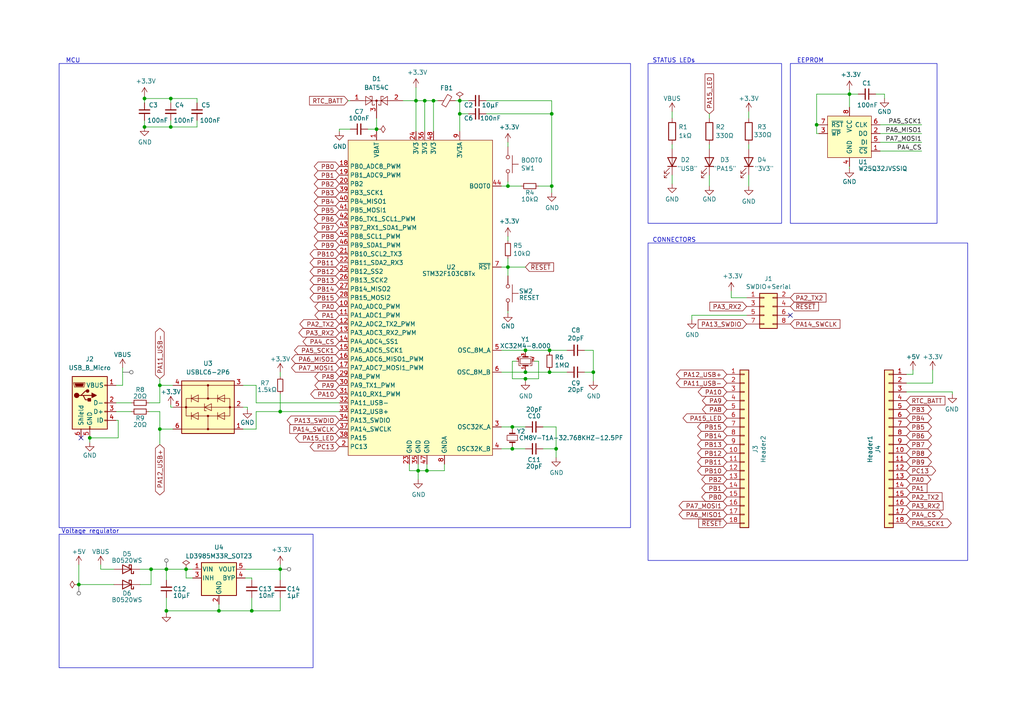
<source format=kicad_sch>
(kicad_sch (version 20230121) (generator eeschema)
  (paper "A4")
  (title_block (title "STM32 WhiteBoard 48") (date "2023-10-10") (company "Retronics - Bjørner Sandom"))
  (lib_symbols
    (symbol "Connector_Generic:Conn_01x18" (pin_names (offset 1.016) hide)
      (property "Reference" "J" (at 0 22.86 0))
      (property "Value" "Conn_01x18" (at 0 -25.4 0))
      (symbol "Conn_01x18_1_1"
        (pin passive line (at -5.08 20.32 0) (length 3.81) (name "Pin_1") (number "1"))
        (pin passive line (at -5.08 -2.54 0) (length 3.81) (name "Pin_10") (number "10"))
        (pin passive line (at -5.08 -5.08 0) (length 3.81) (name "Pin_11") (number "11"))
        (pin passive line (at -5.08 -7.62 0) (length 3.81) (name "Pin_12") (number "12"))
        (pin passive line (at -5.08 -10.16 0) (length 3.81) (name "Pin_13") (number "13"))
        (pin passive line (at -5.08 -12.7 0) (length 3.81) (name "Pin_14") (number "14"))
        (pin passive line (at -5.08 -15.24 0) (length 3.81) (name "Pin_15") (number "15"))
        (pin passive line (at -5.08 -17.78 0) (length 3.81) (name "Pin_16") (number "16"))
        (pin passive line (at -5.08 -20.32 0) (length 3.81) (name "Pin_17") (number "17"))
        (pin passive line (at -5.08 -22.86 0) (length 3.81) (name "Pin_18") (number "18"))
        (pin passive line (at -5.08 17.78 0) (length 3.81) (name "Pin_2") (number "2"))
        (pin passive line (at -5.08 15.24 0) (length 3.81) (name "Pin_3") (number "3"))
        (pin passive line (at -5.08 12.7 0) (length 3.81) (name "Pin_4") (number "4"))
        (pin passive line (at -5.08 10.16 0) (length 3.81) (name "Pin_5") (number "5"))
        (pin passive line (at -5.08 7.62 0) (length 3.81) (name "Pin_6") (number "6"))
        (pin passive line (at -5.08 5.08 0) (length 3.81) (name "Pin_7") (number "7"))
        (pin passive line (at -5.08 2.54 0) (length 3.81) (name "Pin_8") (number "8"))
        (pin passive line (at -5.08 0 0) (length 3.81) (name "Pin_9") (number "9"))
      )
    )
    (symbol "Connector_Generic:Conn_02x04_Odd_Even" (pin_names (offset 1.016) hide)
      (property "Reference" "J" (at 1.27 5.08 0))
      (property "Value" "Conn_02x04_Odd_Even" (at 1.27 -7.62 0))
      (symbol "Conn_02x04_Odd_Even_1_1"
        (pin passive line (at -5.08 2.54 0) (length 3.81) (name "Pin_1") (number "1"))
        (pin passive line (at 7.62 2.54 180) (length 3.81) (name "Pin_2") (number "2"))
        (pin passive line (at -5.08 0 0) (length 3.81) (name "Pin_3") (number "3"))
        (pin passive line (at 7.62 0 180) (length 3.81) (name "Pin_4") (number "4"))
        (pin passive line (at -5.08 -2.54 0) (length 3.81) (name "Pin_5") (number "5"))
        (pin passive line (at 7.62 -2.54 180) (length 3.81) (name "Pin_6") (number "6"))
        (pin passive line (at -5.08 -5.08 0) (length 3.81) (name "Pin_7") (number "7"))
        (pin passive line (at 7.62 -5.08 180) (length 3.81) (name "Pin_8") (number "8"))
      )
    )
    (symbol "Device:C_Small" (pin_numbers hide) (pin_names (offset 0.254) hide)
      (property "Reference" "C" (at 0.254 1.778 0))
      (property "Value" "C_Small" (at 0.254 -2.032 0))
      (symbol "C_Small_1_1"
        (pin passive line (at 0 2.54 270) (length 2.032) (name "~") (number "1"))
        (pin passive line (at 0 -2.54 90) (length 2.032) (name "~") (number "2"))
      )
    )
    (symbol "Device:Crystal_GND24_Small" (pin_names (offset 1.016) hide)
      (property "Reference" "Y" (at 1.27 4.445 0))
      (property "Value" "Crystal_GND24_Small" (at 1.27 2.54 0))
      (symbol "Crystal_GND24_Small_1_1"
        (pin passive line (at -2.54 0 0) (length 1.27) (name "1") (number "1"))
        (pin passive line (at 0 -2.54 90) (length 0.635) (name "2") (number "2"))
        (pin passive line (at 2.54 0 180) (length 1.27) (name "3") (number "3"))
        (pin passive line (at 0 2.54 270) (length 0.635) (name "4") (number "4"))
      )
    )
    (symbol "Device:Crystal_Small" (pin_numbers hide) (pin_names (offset 1.016) hide)
      (property "Reference" "Y" (at 0 2.54 0))
      (property "Value" "Crystal_Small" (at 0 -2.54 0))
      (symbol "Crystal_Small_1_1"
        (pin passive line (at -2.54 0 0) (length 1.27) (name "1") (number "1"))
        (pin passive line (at 2.54 0 180) (length 1.27) (name "2") (number "2"))
      )
    )
    (symbol "Device:D_Schottky" (pin_numbers hide) (pin_names (offset 1.016) hide)
      (property "Reference" "D" (at 0 2.54 0))
      (property "Value" "D_Schottky" (at 0 -2.54 0))
      (symbol "D_Schottky_1_1"
        (pin passive line (at -3.81 0 0) (length 2.54) (name "K") (number "1"))
        (pin passive line (at 3.81 0 180) (length 2.54) (name "A") (number "2"))
      )
    )
    (symbol "Device:FerriteBead_Small" (pin_numbers hide) (pin_names (offset 0))
      (property "Reference" "FB" (at 1.905 1.27 0))
      (property "Value" "FerriteBead_Small" (at 1.905 -1.27 0))
      (symbol "FerriteBead_Small_1_1"
        (pin passive line (at 0 2.54 270) (length 1.27) (name "~") (number "1"))
        (pin passive line (at 0 -2.54 90) (length 1.27) (name "~") (number "2"))
      )
    )
    (symbol "Device:LED" (pin_numbers hide) (pin_names (offset 1.016) hide)
      (property "Reference" "D" (at 0 2.54 0))
      (property "Value" "LED" (at 0 -2.54 0))
      (symbol "LED_1_1"
        (pin passive line (at -3.81 0 0) (length 2.54) (name "K") (number "1"))
        (pin passive line (at 3.81 0 180) (length 2.54) (name "A") (number "2"))
      )
    )
    (symbol "Device:R" (pin_numbers hide) (pin_names (offset 0))
      (property "Reference" "R" (at 2.032 0 90))
      (property "Value" "R" (at 0 0 90))
      (symbol "R_1_1"
        (pin passive line (at 0 3.81 270) (length 1.27) (name "~") (number "1"))
        (pin passive line (at 0 -3.81 90) (length 1.27) (name "~") (number "2"))
      )
    )
    (symbol "Device:R_Small" (pin_numbers hide) (pin_names (offset 0.254) hide)
      (property "Reference" "R" (at 0.762 0.508 0))
      (property "Value" "R_Small" (at 0.762 -1.016 0))
      (symbol "R_Small_1_1"
        (pin passive line (at 0 2.54 270) (length 0.762) (name "~") (number "1"))
        (pin passive line (at 0 -2.54 90) (length 0.762) (name "~") (number "2"))
      )
    )
    (symbol "Diode:BAT54C" (pin_names (offset 1.016))
      (property "Reference" "D" (at 0.635 -3.81 0))
      (property "Value" "BAT54C" (at -6.35 3.175 0))
      (symbol "BAT54C_1_1"
        (pin passive line (at -7.62 0 0) (length 3.81) (name "~") (number "1"))
        (pin passive line (at 7.62 0 180) (length 3.81) (name "~") (number "2"))
        (pin passive line (at 0 -5.08 90) (length 5.08) (name "~") (number "3"))
      )
    )
    (symbol "Regulator_Linear:LD3985M33R_SOT23" (pin_names (offset 0.254))
      (property "Reference" "U" (at -3.81 5.715 0))
      (property "Value" "LD3985M33R_SOT23" (at 0 5.715 0))
      (symbol "LD3985M33R_SOT23_1_1"
        (pin power_in line (at -7.62 2.54 0) (length 2.54) (name "VIN") (number "1"))
        (pin power_in line (at 0 -7.62 90) (length 2.54) (name "GND") (number "2"))
        (pin input line (at -7.62 0 0) (length 2.54) (name "INH") (number "3"))
        (pin input line (at 7.62 0 180) (length 2.54) (name "BYP") (number "4"))
        (pin power_out line (at 7.62 2.54 180) (length 2.54) (name "VOUT") (number "5"))
      )
    )
    (symbol "Retronics_Connectors:USB_B_Micro" (pin_names (offset 1.016))
      (property "Reference" "J" (at -5.08 11.43 0))
      (property "Value" "USB_B_Micro" (at -5.08 8.89 0))
      (symbol "USB_B_Micro_1_1"
        (pin power_out line (at 7.62 5.08 180) (length 2.54) (name "VBUS") (number "1"))
        (pin bidirectional line (at 7.62 0 180) (length 2.54) (name "D-") (number "2"))
        (pin bidirectional line (at 7.62 -2.54 180) (length 2.54) (name "D+") (number "3"))
        (pin passive line (at 7.62 -5.08 180) (length 2.54) (name "ID") (number "4"))
        (pin power_out line (at 0 -10.16 90) (length 2.54) (name "GND") (number "5"))
        (pin passive line (at -2.54 -10.16 90) (length 2.54) (name "Shield") (number "6"))
      )
    )
    (symbol "Retronics_Integrated_Circuits:USBLC6-2P6" (pin_names hide)
      (property "Reference" "U" (at 9.144 2.794 0))
      (property "Value" "USBLC6-2P6" (at 9.144 0.762 0))
      (symbol "USBLC6-2P6_1_1"
        (pin passive line (at -6.35 -10.16 90) (length 2.54) (name "I/O1") (number "1"))
        (pin passive line (at 0 -10.16 90) (length 2.54) (name "GND") (number "2"))
        (pin passive line (at 6.35 -10.16 90) (length 2.54) (name "I/O2") (number "3"))
        (pin passive line (at 6.35 10.16 270) (length 2.54) (name "I/O2") (number "4"))
        (pin passive line (at 0 10.16 270) (length 2.54) (name "VBUS") (number "5"))
        (pin passive line (at -6.35 10.16 270) (length 2.54) (name "I/O1") (number "6"))
      )
    )
    (symbol "Retronics_Memory:W25Q32JVSSIQ" (pin_names (offset 1.016))
      (property "Reference" "U" (at -7.62 8.89 0))
      (property "Value" "W25Q32JVSSIQ" (at 1.27 -8.89 0))
      (symbol "W25Q32JVSSIQ_1_1"
        (pin input line (at 7.62 -2.54 180) (length 2.54) (name "~{CS}") (number "1"))
        (pin output line (at 7.62 2.54 180) (length 2.54) (name "DO") (number "2"))
        (pin input line (at -10.16 2.54 0) (length 2.54) (name "~{WP}") (number "3"))
        (pin power_in line (at -1.27 -6.985 90) (length 2.54) (name "GND") (number "4"))
        (pin input line (at 7.62 0 180) (length 2.54) (name "DI") (number "5"))
        (pin input line (at 7.62 5.08 180) (length 2.54) (name "CLK") (number "6"))
        (pin input line (at -10.16 5.08 0) (length 2.54) (name "~{RST}") (number "7"))
        (pin power_in line (at -1.27 10.16 270) (length 2.54) (name "VCC") (number "8"))
      )
    )
    (symbol "Retronics_Microcontrollers:STM32F103Cx"
      (property "Reference" "U" (at 2.54 -3.81 0))
      (property "Value" "STM32F103Cx" (at -5.08 -6.35 0))
      (symbol "STM32F103Cx_1_1"
        (pin power_in line (at -10.795 15.24 270) (length 2.54) (name "VBAT") (number "1"))
        (pin bidirectional line (at -21.59 -35.56 0) (length 2.54) (name "PA0_ADC0_PWM") (number "10"))
        (pin bidirectional line (at -21.59 -38.1 0) (length 2.54) (name "PA1_ADC1_PWM") (number "11"))
        (pin bidirectional line (at -21.59 -40.64 0) (length 2.54) (name "PA2_ADC2_TX2_PWM") (number "12"))
        (pin bidirectional line (at -21.59 -43.18 0) (length 2.54) (name "PA3_ADC3_RX2_PWM") (number "13"))
        (pin bidirectional line (at -21.59 -45.72 0) (length 2.54) (name "PA4_ADC4_SS1") (number "14"))
        (pin bidirectional line (at -21.59 -48.26 0) (length 2.54) (name "PA5_ADC5_SCK1") (number "15"))
        (pin bidirectional line (at -21.59 -50.8 0) (length 2.54) (name "PA6_ADC6_MISO1_PWM") (number "16"))
        (pin bidirectional line (at -21.59 -53.34 0) (length 2.54) (name "PA7_ADC7_MOSI1_PWM") (number "17"))
        (pin bidirectional line (at -21.59 5.08 0) (length 2.54) (name "PB0_ADC8_PWM") (number "18"))
        (pin bidirectional line (at -21.59 2.54 0) (length 2.54) (name "PB1_ADC9_PWM") (number "19"))
        (pin bidirectional line (at -21.59 -76.2 0) (length 2.54) (name "PC13") (number "2"))
        (pin bidirectional line (at -21.59 0 0) (length 2.54) (name "PB2") (number "20"))
        (pin bidirectional line (at -21.59 -20.32 0) (length 2.54) (name "PB10_SCL2_TX3") (number "21"))
        (pin bidirectional line (at -21.59 -22.86 0) (length 2.54) (name "PB11_SDA2_RX3") (number "22"))
        (pin power_in line (at -1.27 -81.28 90) (length 2.54) (name "GND") (number "23"))
        (pin power_in line (at 0.635 15.24 270) (length 2.54) (name "3V3") (number "24"))
        (pin bidirectional line (at -21.59 -25.4 0) (length 2.54) (name "PB12_SS2") (number "25"))
        (pin bidirectional line (at -21.59 -27.94 0) (length 2.54) (name "PB13_SCK2") (number "26"))
        (pin bidirectional line (at -21.59 -30.48 0) (length 2.54) (name "PB14_MISO2") (number "27"))
        (pin bidirectional line (at -21.59 -33.02 0) (length 2.54) (name "PB15_MOSI2") (number "28"))
        (pin bidirectional line (at -21.59 -55.88 0) (length 2.54) (name "PA8_PWM") (number "29"))
        (pin bidirectional line (at 25.4 -70.485 180) (length 2.54) (name "OSC32K_A") (number "3"))
        (pin bidirectional line (at -21.59 -58.42 0) (length 2.54) (name "PA9_TX1_PWM") (number "30"))
        (pin bidirectional line (at -21.59 -60.96 0) (length 2.54) (name "PA10_RX1_PWM") (number "31"))
        (pin bidirectional line (at -21.59 -63.5 0) (length 2.54) (name "PA11_USB-") (number "32"))
        (pin bidirectional line (at -21.59 -66.04 0) (length 2.54) (name "PA12_USB+") (number "33"))
        (pin bidirectional line (at -21.59 -68.58 0) (length 2.54) (name "PA13_SWDIO") (number "34"))
        (pin power_in line (at 1.27 -81.28 90) (length 2.54) (name "GND") (number "35"))
        (pin power_in line (at 3.175 15.24 270) (length 2.54) (name "3V3") (number "36"))
        (pin bidirectional line (at -21.59 -71.12 0) (length 2.54) (name "PA14_SWCLK") (number "37"))
        (pin bidirectional line (at -21.59 -73.66 0) (length 2.54) (name "PA15") (number "38"))
        (pin bidirectional line (at -21.59 -2.54 0) (length 2.54) (name "PB3_SCK1") (number "39"))
        (pin bidirectional line (at 25.4 -76.835 180) (length 2.54) (name "OSC32K_B") (number "4"))
        (pin bidirectional line (at -21.59 -5.08 0) (length 2.54) (name "PB4_MISO1") (number "40"))
        (pin bidirectional line (at -21.59 -7.62 0) (length 2.54) (name "PB5_MOSI1") (number "41"))
        (pin bidirectional line (at -21.59 -10.16 0) (length 2.54) (name "PB6_TX1_SCL1_PWM") (number "42"))
        (pin bidirectional line (at -21.59 -12.7 0) (length 2.54) (name "PB7_RX1_SDA1_PWM") (number "43"))
        (pin input line (at 25.4 -0.635 180) (length 2.54) (name "BOOT0") (number "44"))
        (pin bidirectional line (at -21.59 -15.24 0) (length 2.54) (name "PB8_SCL1_PWM") (number "45"))
        (pin bidirectional line (at -21.59 -17.78 0) (length 2.54) (name "PB9_SDA1_PWM") (number "46"))
        (pin power_in line (at 3.81 -81.28 90) (length 2.54) (name "GND") (number "47"))
        (pin power_in line (at 5.715 15.24 270) (length 2.54) (name "3V3") (number "48"))
        (pin bidirectional line (at 25.4 -48.26 180) (length 2.54) (name "OSC_8M_A") (number "5"))
        (pin bidirectional line (at 25.4 -54.61 180) (length 2.54) (name "OSC_8M_B") (number "6"))
        (pin input line (at 25.4 -24.13 180) (length 2.54) (name "~{RST}") (number "7"))
        (pin power_in line (at 8.89 -81.28 90) (length 2.54) (name "GNDA") (number "8"))
        (pin power_in line (at 13.335 15.24 270) (length 2.54) (name "3V3A") (number "9"))
      )
    )
    (symbol "Switch:SW_Push" (pin_numbers hide) (pin_names (offset 1.016) hide)
      (property "Reference" "SW" (at 1.27 2.54 0))
      (property "Value" "SW_Push" (at 0 -1.524 0))
      (symbol "SW_Push_0_1"
        (pin passive line (at -5.08 0 0) (length 2.54) (name "1") (number "1"))
        (pin passive line (at 5.08 0 180) (length 2.54) (name "2") (number "2"))
      )
    )
    (symbol "power:+3.3V" (power) (pin_names (offset 0))
      (property "Value" "+3.3V" (at 0 3.556 0))
      (symbol "+3.3V_1_1"
        (pin power_in line (at 0 0 90) (length 0) hide (name "+3.3V") (number "1"))
      )
    )
    (symbol "power:+5V" (power) (pin_names (offset 0))
      (property "Value" "+5V" (at 0 3.556 0))
      (symbol "+5V_1_1"
        (pin power_in line (at 0 0 90) (length 0) hide (name "+5V") (number "1"))
      )
    )
    (symbol "power:GND" (power) (pin_names (offset 0))
      (property "Value" "GND" (at 0 -3.81 0))
      (symbol "GND_1_1"
        (pin power_in line (at 0 0 270) (length 0) hide (name "GND") (number "1"))
      )
    )
    (symbol "power:PWR_FLAG" (power) (pin_numbers hide) (pin_names (offset 0) hide)
      (property "Value" "PWR_FLAG" (at 0 3.81 0))
      (symbol "PWR_FLAG_0_0"
        (pin power_out line (at 0 0 90) (length 0) (name "pwr") (number "1"))
      )
    )
    (symbol "power:VBUS" (power) (pin_names (offset 0))
      (property "Value" "VBUS" (at 0 3.81 0))
      (symbol "VBUS_1_1"
        (pin power_in line (at 0 0 90) (length 0) hide (name "VBUS") (number "1"))
      )
    )
  )
  (junction (at 147.32 53.975))
  (junction (at 160.02 33.02))
  (junction (at 49.53 36.83))
  (junction (at 236.855 36.195))
  (junction (at 161.29 130.175))
  (junction (at 133.35 29.21))
  (junction (at 246.38 27.305))
  (junction (at 152.4 107.95))
  (junction (at 63.5 177.165))
  (junction (at 121.285 136.525))
  (junction (at 81.28 165.1))
  (junction (at 49.53 28.575))
  (junction (at 123.19 29.21))
  (junction (at 26.035 127))
  (junction (at 109.22 37.465))
  (junction (at 46.355 124.46))
  (junction (at 172.085 107.95))
  (junction (at 125.73 29.21))
  (junction (at 160.02 53.975))
  (junction (at 152.4 109.855))
  (junction (at 147.32 77.47))
  (junction (at 133.35 33.02))
  (junction (at 81.28 119.38))
  (junction (at 159.385 101.6))
  (junction (at 48.26 177.165))
  (junction (at 48.26 165.1))
  (junction (at 148.59 123.825))
  (junction (at 159.385 107.95))
  (junction (at 152.4 101.6))
  (junction (at 46.355 111.76))
  (junction (at 123.825 136.525))
  (junction (at 41.91 36.83))
  (junction (at 43.815 165.1))
  (junction (at 120.65 29.21))
  (junction (at 41.91 28.575))
  (junction (at 22.86 169.545))
  (junction (at 73.025 177.165))
  (junction (at 53.975 165.1))
  (junction (at 148.59 130.175))
  (no_connect (at 23.495 127))
  (no_connect (at 229.235 91.44))
  (wire (pts (xy 246.38 27.305) (xy 236.855 27.305)))
  (wire (pts (xy 53.975 165.1) (xy 55.88 165.1)))
  (wire (pts (xy 48.26 177.165) (xy 48.26 177.8)))
  (wire (pts (xy 194.945 32.385) (xy 194.945 34.29)))
  (wire (pts (xy 147.32 90.805) (xy 147.32 90.17)))
  (wire (pts (xy 133.35 29.21) (xy 133.35 33.02)))
  (wire (pts (xy 140.97 33.02) (xy 160.02 33.02)))
  (wire (pts (xy 156.21 104.775) (xy 154.94 104.775)))
  (wire (pts (xy 236.855 38.735) (xy 237.49 38.735)))
  (wire (pts (xy 164.465 101.6) (xy 159.385 101.6)))
  (wire (pts (xy 70.485 111.76) (xy 74.295 111.76)))
  (wire (pts (xy 148.59 124.46) (xy 148.59 123.825)))
  (wire (pts (xy 172.085 107.95) (xy 169.545 107.95)))
  (wire (pts (xy 49.53 36.83) (xy 41.91 36.83)))
  (wire (pts (xy 81.28 165.1) (xy 81.28 168.275)))
  (wire (pts (xy 254 27.305) (xy 256.54 27.305)))
  (wire (pts (xy 160.02 53.975) (xy 160.02 55.88)))
  (wire (pts (xy 140.97 29.21) (xy 160.02 29.21)))
  (wire (pts (xy 70.485 118.11) (xy 71.755 118.11)))
  (wire (pts (xy 81.28 119.38) (xy 98.425 119.38)))
  (wire (pts (xy 145.415 123.825) (xy 148.59 123.825)))
  (wire (pts (xy 264.795 108.585) (xy 262.89 108.585)))
  (wire (pts (xy 55.88 167.64) (xy 53.975 167.64)))
  (wire (pts (xy 148.59 109.855) (xy 152.4 109.855)))
  (wire (pts (xy 125.73 29.21) (xy 125.73 38.1)))
  (wire (pts (xy 120.65 25.4) (xy 120.65 29.21)))
  (wire (pts (xy 48.26 173.355) (xy 48.26 177.165)))
  (wire (pts (xy 246.38 27.305) (xy 246.38 31.115)))
  (wire (pts (xy 57.15 34.925) (xy 57.15 36.83)))
  (wire (pts (xy 40.64 165.1) (xy 43.815 165.1)))
  (wire (pts (xy 148.59 123.825) (xy 152.4 123.825)))
  (wire (pts (xy 133.35 33.02) (xy 133.35 38.1)))
  (wire (pts (xy 121.285 139.065) (xy 121.285 136.525)))
  (wire (pts (xy 200.66 91.44) (xy 216.535 91.44)))
  (wire (pts (xy 147.32 52.705) (xy 147.32 53.975)))
  (wire (pts (xy 145.415 53.975) (xy 147.32 53.975)))
  (wire (pts (xy 49.53 117.475) (xy 49.53 118.11)))
  (wire (pts (xy 160.02 33.02) (xy 160.02 53.975)))
  (wire (pts (xy 255.27 43.815) (xy 267.335 43.815)))
  (wire (pts (xy 41.91 34.925) (xy 41.91 36.83)))
  (wire (pts (xy 73.025 177.165) (xy 81.28 177.165)))
  (wire (pts (xy 109.22 34.29) (xy 109.22 37.465)))
  (wire (pts (xy 29.21 163.83) (xy 29.21 165.1)))
  (wire (pts (xy 194.945 41.91) (xy 194.945 43.18)))
  (wire (pts (xy 156.21 53.975) (xy 160.02 53.975)))
  (wire (pts (xy 35.56 106.68) (xy 35.56 111.76)))
  (wire (pts (xy 145.415 77.47) (xy 147.32 77.47)))
  (wire (pts (xy 81.28 177.165) (xy 81.28 173.355)))
  (wire (pts (xy 147.32 53.975) (xy 151.13 53.975)))
  (wire (pts (xy 152.4 101.6) (xy 152.4 102.235)))
  (wire (pts (xy 159.385 101.6) (xy 159.385 102.235)))
  (wire (pts (xy 43.815 165.1) (xy 48.26 165.1)))
  (wire (pts (xy 169.545 101.6) (xy 172.085 101.6)))
  (wire (pts (xy 81.28 163.83) (xy 81.28 165.1)))
  (wire (pts (xy 118.745 136.525) (xy 121.285 136.525)))
  (wire (pts (xy 74.295 124.46) (xy 74.295 119.38)))
  (wire (pts (xy 264.795 107.315) (xy 264.795 108.585)))
  (wire (pts (xy 255.27 38.735) (xy 267.335 38.735)))
  (wire (pts (xy 159.385 101.6) (xy 152.4 101.6)))
  (wire (pts (xy 147.32 80.01) (xy 147.32 77.47)))
  (wire (pts (xy 152.4 130.175) (xy 148.59 130.175)))
  (wire (pts (xy 81.28 114.3) (xy 81.28 119.38)))
  (wire (pts (xy 22.86 169.545) (xy 33.02 169.545)))
  (wire (pts (xy 43.18 119.38) (xy 46.355 119.38)))
  (wire (pts (xy 159.385 107.95) (xy 164.465 107.95)))
  (wire (pts (xy 132.08 29.21) (xy 133.35 29.21)))
  (wire (pts (xy 147.32 41.275) (xy 147.32 42.545)))
  (wire (pts (xy 217.17 50.8) (xy 217.17 53.975)))
  (wire (pts (xy 135.89 33.02) (xy 133.35 33.02)))
  (wire (pts (xy 46.355 128.905) (xy 46.355 124.46)))
  (wire (pts (xy 262.89 111.125) (xy 270.51 111.125)))
  (wire (pts (xy 49.53 118.11) (xy 50.165 118.11)))
  (wire (pts (xy 46.355 109.855) (xy 46.355 111.76)))
  (wire (pts (xy 147.32 74.93) (xy 147.32 77.47)))
  (wire (pts (xy 71.755 118.11) (xy 71.755 118.745)))
  (wire (pts (xy 172.085 107.95) (xy 172.085 110.49)))
  (wire (pts (xy 217.17 32.385) (xy 217.17 34.29)))
  (wire (pts (xy 46.355 124.46) (xy 46.355 119.38)))
  (wire (pts (xy 49.53 29.845) (xy 49.53 28.575)))
  (wire (pts (xy 161.29 123.825) (xy 161.29 130.175)))
  (wire (pts (xy 53.975 167.64) (xy 53.975 165.1)))
  (wire (pts (xy 135.89 29.21) (xy 133.35 29.21)))
  (wire (pts (xy 50.165 124.46) (xy 46.355 124.46)))
  (wire (pts (xy 276.225 113.665) (xy 276.225 114.3)))
  (wire (pts (xy 22.86 163.83) (xy 22.86 169.545)))
  (wire (pts (xy 41.91 28.575) (xy 49.53 28.575)))
  (wire (pts (xy 148.59 129.54) (xy 148.59 130.175)))
  (wire (pts (xy 152.4 107.315) (xy 152.4 107.95)))
  (wire (pts (xy 236.855 36.195) (xy 237.49 36.195)))
  (wire (pts (xy 149.86 104.775) (xy 148.59 104.775)))
  (wire (pts (xy 29.21 165.1) (xy 33.02 165.1)))
  (wire (pts (xy 106.68 37.465) (xy 109.22 37.465)))
  (wire (pts (xy 49.53 28.575) (xy 57.15 28.575)))
  (wire (pts (xy 35.56 111.76) (xy 33.655 111.76)))
  (wire (pts (xy 123.19 38.1) (xy 123.19 29.21)))
  (wire (pts (xy 74.295 119.38) (xy 81.28 119.38)))
  (wire (pts (xy 145.415 101.6) (xy 152.4 101.6)))
  (wire (pts (xy 57.15 28.575) (xy 57.15 29.845)))
  (wire (pts (xy 147.32 68.58) (xy 147.32 69.85)))
  (wire (pts (xy 123.825 136.525) (xy 123.825 134.62)))
  (wire (pts (xy 205.74 41.91) (xy 205.74 43.18)))
  (wire (pts (xy 205.74 33.02) (xy 205.74 34.29)))
  (wire (pts (xy 120.65 29.21) (xy 123.19 29.21)))
  (wire (pts (xy 147.32 77.47) (xy 152.4 77.47)))
  (wire (pts (xy 148.59 130.175) (xy 145.415 130.175)))
  (wire (pts (xy 217.17 41.91) (xy 217.17 43.18)))
  (wire (pts (xy 157.48 123.825) (xy 161.29 123.825)))
  (wire (pts (xy 48.26 177.165) (xy 63.5 177.165)))
  (wire (pts (xy 38.1 116.84) (xy 33.655 116.84)))
  (wire (pts (xy 118.745 134.62) (xy 118.745 136.525)))
  (wire (pts (xy 270.51 111.125) (xy 270.51 107.315)))
  (wire (pts (xy 74.295 116.84) (xy 98.425 116.84)))
  (wire (pts (xy 73.025 167.64) (xy 73.025 168.275)))
  (wire (pts (xy 40.64 169.545) (xy 43.815 169.545)))
  (wire (pts (xy 246.38 48.26) (xy 246.38 48.895)))
  (wire (pts (xy 172.085 101.6) (xy 172.085 107.95)))
  (wire (pts (xy 256.54 27.305) (xy 256.54 28.575)))
  (wire (pts (xy 34.29 127) (xy 34.29 121.92)))
  (wire (pts (xy 212.09 86.36) (xy 216.535 86.36)))
  (wire (pts (xy 98.425 37.465) (xy 101.6 37.465)))
  (wire (pts (xy 212.09 84.455) (xy 212.09 86.36)))
  (wire (pts (xy 156.21 109.855) (xy 156.21 104.775)))
  (wire (pts (xy 194.945 50.8) (xy 194.945 53.34)))
  (wire (pts (xy 160.02 29.21) (xy 160.02 33.02)))
  (wire (pts (xy 120.65 29.21) (xy 120.65 38.1)))
  (wire (pts (xy 41.91 29.845) (xy 41.91 28.575)))
  (wire (pts (xy 128.905 136.525) (xy 123.825 136.525)))
  (wire (pts (xy 145.415 107.95) (xy 152.4 107.95)))
  (wire (pts (xy 157.48 130.175) (xy 161.29 130.175)))
  (wire (pts (xy 49.53 34.925) (xy 49.53 36.83)))
  (wire (pts (xy 34.29 121.92) (xy 33.655 121.92)))
  (wire (pts (xy 71.12 167.64) (xy 73.025 167.64)))
  (wire (pts (xy 63.5 177.165) (xy 73.025 177.165)))
  (wire (pts (xy 63.5 177.165) (xy 63.5 175.26)))
  (wire (pts (xy 71.12 165.1) (xy 81.28 165.1)))
  (wire (pts (xy 53.975 165.1) (xy 48.26 165.1)))
  (wire (pts (xy 236.855 36.195) (xy 236.855 38.735)))
  (wire (pts (xy 74.295 111.76) (xy 74.295 116.84)))
  (wire (pts (xy 246.38 26.035) (xy 246.38 27.305)))
  (wire (pts (xy 152.4 109.855) (xy 152.4 110.49)))
  (wire (pts (xy 46.355 111.76) (xy 46.355 116.84)))
  (wire (pts (xy 43.18 116.84) (xy 46.355 116.84)))
  (wire (pts (xy 81.28 107.95) (xy 81.28 109.22)))
  (wire (pts (xy 127 29.21) (xy 125.73 29.21)))
  (wire (pts (xy 41.91 27.94) (xy 41.91 28.575)))
  (wire (pts (xy 236.855 27.305) (xy 236.855 36.195)))
  (wire (pts (xy 262.89 113.665) (xy 276.225 113.665)))
  (wire (pts (xy 205.74 50.8) (xy 205.74 53.975)))
  (wire (pts (xy 152.4 107.95) (xy 159.385 107.95)))
  (wire (pts (xy 26.035 127) (xy 26.035 128.27)))
  (wire (pts (xy 98.425 38.1) (xy 98.425 37.465)))
  (wire (pts (xy 152.4 109.855) (xy 156.21 109.855)))
  (wire (pts (xy 121.285 134.62) (xy 121.285 136.525)))
  (wire (pts (xy 128.905 134.62) (xy 128.905 136.525)))
  (wire (pts (xy 255.27 41.275) (xy 267.335 41.275)))
  (wire (pts (xy 48.26 165.1) (xy 48.26 168.275)))
  (wire (pts (xy 121.285 136.525) (xy 123.825 136.525)))
  (wire (pts (xy 148.59 104.775) (xy 148.59 109.855)))
  (wire (pts (xy 46.355 111.76) (xy 50.165 111.76)))
  (wire (pts (xy 109.22 37.465) (xy 109.22 38.1)))
  (wire (pts (xy 123.19 29.21) (xy 125.73 29.21)))
  (wire (pts (xy 70.485 124.46) (xy 74.295 124.46)))
  (wire (pts (xy 57.15 36.83) (xy 49.53 36.83)))
  (wire (pts (xy 200.66 92.71) (xy 200.66 91.44)))
  (wire (pts (xy 161.29 130.175) (xy 161.29 132.715)))
  (wire (pts (xy 100.965 29.21) (xy 101.6 29.21)))
  (wire (pts (xy 255.27 36.195) (xy 267.335 36.195)))
  (wire (pts (xy 159.385 107.315) (xy 159.385 107.95)))
  (wire (pts (xy 26.035 127) (xy 34.29 127)))
  (wire (pts (xy 116.84 29.21) (xy 120.65 29.21)))
  (wire (pts (xy 43.815 169.545) (xy 43.815 165.1)))
  (wire (pts (xy 73.025 177.165) (xy 73.025 173.355)))
  (wire (pts (xy 246.38 27.305) (xy 248.92 27.305)))
  (wire (pts (xy 38.1 119.38) (xy 33.655 119.38)))
  (rectangle (start 17.145 18.415) (end 182.88 153.035))
  (rectangle (start 187.96 18.415) (end 226.695 64.77))
  (rectangle (start 229.235 18.415) (end 271.78 64.77))
  (rectangle (start 17.145 154.94) (end 90.805 193.675))
  (rectangle (start 187.96 70.485) (end 280.67 162.56))
  (text "Voltage regulator" (at 17.78 154.94 0) (effects (font (size 1.27 1.27)) (justify left bottom)))
  (text "MCU" (at 19.05 18.415 0) (effects (font (size 1.27 1.27)) (justify left bottom)))
  (text "STATUS LEDs" (at 189.23 18.415 0) (effects (font (size 1.27 1.27)) (justify left bottom)))
  (text "EEPROM" (at 231.14 18.415 0) (effects (font (size 1.27 1.27)) (justify left bottom)))
  (text "CONNECTORS" (at 189.23 70.485 0) (effects (font (size 1.27 1.27)) (justify left bottom)))
  (label "PA5_SCK1" (at 267.335 36.195 180))
  (label "PA6_MISO1" (at 267.335 38.735 180))
  (label "PA4_CS" (at 267.335 43.815 180))
  (label "PA7_MOSI1" (at 267.335 41.275 180))
  (global_label "PA9" (shape bidirectional) (at 98.425 111.76 180) (property "Intersheetrefs" "${INTERSHEET_REFS}" (effects hide)))
  (global_label "PB14" (shape bidirectional) (at 210.82 126.365 180) (property "Intersheetrefs" "${INTERSHEET_REFS}" (effects hide)))
  (global_label "PA6_MISO1" (shape bidirectional) (at 210.82 149.225 180) (property "Intersheetrefs" "${INTERSHEET_REFS}" (effects hide)))
  (global_label "~{RESET}" (shape input) (at 152.4 77.47 0) (property "Intersheetrefs" "${INTERSHEET_REFS}" (effects hide)))
  (global_label "PC13" (shape bidirectional) (at 262.89 136.525 0) (property "Intersheetrefs" "${INTERSHEET_REFS}" (effects hide)))
  (global_label "PB0" (shape bidirectional) (at 210.82 144.145 180) (property "Intersheetrefs" "${INTERSHEET_REFS}" (effects hide)))
  (global_label "PB8" (shape bidirectional) (at 98.425 68.58 180) (property "Intersheetrefs" "${INTERSHEET_REFS}" (effects hide)))
  (global_label "PA4_CS" (shape bidirectional) (at 262.89 149.225 0) (property "Intersheetrefs" "${INTERSHEET_REFS}" (effects hide)))
  (global_label "PA11_USB-" (shape bidirectional) (at 46.355 109.855 90) (property "Intersheetrefs" "${INTERSHEET_REFS}" (effects hide)))
  (global_label "PA3_RX2" (shape input) (at 216.535 88.9 180) (property "Intersheetrefs" "${INTERSHEET_REFS}" (effects hide)))
  (global_label "PA2_TX2" (shape bidirectional) (at 98.425 93.98 180) (property "Intersheetrefs" "${INTERSHEET_REFS}" (effects hide)))
  (global_label "PA15_LED" (shape bidirectional) (at 98.425 127 180) (property "Intersheetrefs" "${INTERSHEET_REFS}" (effects hide)))
  (global_label "PA3_RX2" (shape input) (at 262.89 146.685 0) (property "Intersheetrefs" "${INTERSHEET_REFS}" (effects hide)))
  (global_label "PB4" (shape bidirectional) (at 262.89 121.285 0) (property "Intersheetrefs" "${INTERSHEET_REFS}" (effects hide)))
  (global_label "~{RESET}" (shape input) (at 210.82 151.765 180) (property "Intersheetrefs" "${INTERSHEET_REFS}" (effects hide)))
  (global_label "RTC_BATT" (shape input) (at 100.965 29.21 180) (property "Intersheetrefs" "${INTERSHEET_REFS}" (effects hide)))
  (global_label "PA13_SWDIO" (shape input) (at 216.535 93.98 180) (property "Intersheetrefs" "${INTERSHEET_REFS}" (effects hide)))
  (global_label "PB14" (shape bidirectional) (at 98.425 83.82 180) (property "Intersheetrefs" "${INTERSHEET_REFS}" (effects hide)))
  (global_label "PA8" (shape bidirectional) (at 98.425 109.22 180) (property "Intersheetrefs" "${INTERSHEET_REFS}" (effects hide)))
  (global_label "PB8" (shape bidirectional) (at 262.89 131.445 0) (property "Intersheetrefs" "${INTERSHEET_REFS}" (effects hide)))
  (global_label "PB11" (shape bidirectional) (at 210.82 133.985 180) (property "Intersheetrefs" "${INTERSHEET_REFS}" (effects hide)))
  (global_label "PB1" (shape bidirectional) (at 98.425 50.8 180) (property "Intersheetrefs" "${INTERSHEET_REFS}" (effects hide)))
  (global_label "PA6_MISO1" (shape bidirectional) (at 98.425 104.14 180) (property "Intersheetrefs" "${INTERSHEET_REFS}" (effects hide)))
  (global_label "PB5" (shape bidirectional) (at 98.425 60.96 180) (property "Intersheetrefs" "${INTERSHEET_REFS}" (effects hide)))
  (global_label "PC13" (shape bidirectional) (at 98.425 129.54 180) (property "Intersheetrefs" "${INTERSHEET_REFS}" (effects hide)))
  (global_label "PA15_LED" (shape bidirectional) (at 210.82 121.285 180) (property "Intersheetrefs" "${INTERSHEET_REFS}" (effects hide)))
  (global_label "PA5_SCK1" (shape bidirectional) (at 262.89 151.765 0) (property "Intersheetrefs" "${INTERSHEET_REFS}" (effects hide)))
  (global_label "RTC_BATT" (shape input) (at 262.89 116.205 0) (property "Intersheetrefs" "${INTERSHEET_REFS}" (effects hide)))
  (global_label "PA8" (shape bidirectional) (at 210.82 118.745 180) (property "Intersheetrefs" "${INTERSHEET_REFS}" (effects hide)))
  (global_label "PA14_SWCLK" (shape input) (at 98.425 124.46 180) (property "Intersheetrefs" "${INTERSHEET_REFS}" (effects hide)))
  (global_label "PB10" (shape bidirectional) (at 98.425 73.66 180) (property "Intersheetrefs" "${INTERSHEET_REFS}" (effects hide)))
  (global_label "PA15_LED" (shape input) (at 205.74 33.02 90) (property "Intersheetrefs" "${INTERSHEET_REFS}" (effects hide)))
  (global_label "PA1" (shape input) (at 262.89 141.605 0) (property "Intersheetrefs" "${INTERSHEET_REFS}" (effects hide)))
  (global_label "PB6" (shape bidirectional) (at 98.425 63.5 180) (property "Intersheetrefs" "${INTERSHEET_REFS}" (effects hide)))
  (global_label "PA5_SCK1" (shape bidirectional) (at 98.425 101.6 180) (property "Intersheetrefs" "${INTERSHEET_REFS}" (effects hide)))
  (global_label "PB7" (shape bidirectional) (at 262.89 128.905 0) (property "Intersheetrefs" "${INTERSHEET_REFS}" (effects hide)))
  (global_label "PA1" (shape bidirectional) (at 98.425 91.44 180) (property "Intersheetrefs" "${INTERSHEET_REFS}" (effects hide)))
  (global_label "PA11_USB-" (shape bidirectional) (at 210.82 111.125 180) (property "Intersheetrefs" "${INTERSHEET_REFS}" (effects hide)))
  (global_label "PA7_MOSI1" (shape bidirectional) (at 98.425 106.68 180) (property "Intersheetrefs" "${INTERSHEET_REFS}" (effects hide)))
  (global_label "PA10" (shape bidirectional) (at 98.425 114.3 180) (property "Intersheetrefs" "${INTERSHEET_REFS}" (effects hide)))
  (global_label "PA4_CS" (shape bidirectional) (at 98.425 99.06 180) (property "Intersheetrefs" "${INTERSHEET_REFS}" (effects hide)))
  (global_label "PB15" (shape bidirectional) (at 210.82 123.825 180) (property "Intersheetrefs" "${INTERSHEET_REFS}" (effects hide)))
  (global_label "PB5" (shape bidirectional) (at 262.89 123.825 0) (property "Intersheetrefs" "${INTERSHEET_REFS}" (effects hide)))
  (global_label "PB2" (shape bidirectional) (at 98.425 53.34 180) (property "Intersheetrefs" "${INTERSHEET_REFS}" (effects hide)))
  (global_label "PA12_USB+" (shape bidirectional) (at 210.82 108.585 180) (property "Intersheetrefs" "${INTERSHEET_REFS}" (effects hide)))
  (global_label "PB3" (shape bidirectional) (at 262.89 118.745 0) (property "Intersheetrefs" "${INTERSHEET_REFS}" (effects hide)))
  (global_label "PB15" (shape bidirectional) (at 98.425 86.36 180) (property "Intersheetrefs" "${INTERSHEET_REFS}" (effects hide)))
  (global_label "PA2_TX2" (shape input) (at 229.235 86.36 0) (property "Intersheetrefs" "${INTERSHEET_REFS}" (effects hide)))
  (global_label "PA13_SWDIO" (shape bidirectional) (at 98.425 121.92 180) (property "Intersheetrefs" "${INTERSHEET_REFS}" (effects hide)))
  (global_label "PA3_RX2" (shape bidirectional) (at 98.425 96.52 180) (property "Intersheetrefs" "${INTERSHEET_REFS}" (effects hide)))
  (global_label "PA10" (shape bidirectional) (at 210.82 113.665 180) (property "Intersheetrefs" "${INTERSHEET_REFS}" (effects hide)))
  (global_label "PB1" (shape bidirectional) (at 210.82 141.605 180) (property "Intersheetrefs" "${INTERSHEET_REFS}" (effects hide)))
  (global_label "PB4" (shape bidirectional) (at 98.425 58.42 180) (property "Intersheetrefs" "${INTERSHEET_REFS}" (effects hide)))
  (global_label "PB6" (shape bidirectional) (at 262.89 126.365 0) (property "Intersheetrefs" "${INTERSHEET_REFS}" (effects hide)))
  (global_label "~{RESET}" (shape input) (at 229.235 88.9 0) (property "Intersheetrefs" "${INTERSHEET_REFS}" (effects hide)))
  (global_label "PA9" (shape bidirectional) (at 210.82 116.205 180) (property "Intersheetrefs" "${INTERSHEET_REFS}" (effects hide)))
  (global_label "PB12" (shape bidirectional) (at 210.82 131.445 180) (property "Intersheetrefs" "${INTERSHEET_REFS}" (effects hide)))
  (global_label "PB9" (shape bidirectional) (at 262.89 133.985 0) (property "Intersheetrefs" "${INTERSHEET_REFS}" (effects hide)))
  (global_label "PA12_USB+" (shape bidirectional) (at 46.355 128.905 270) (property "Intersheetrefs" "${INTERSHEET_REFS}" (effects hide)))
  (global_label "PB13" (shape bidirectional) (at 98.425 81.28 180) (property "Intersheetrefs" "${INTERSHEET_REFS}" (effects hide)))
  (global_label "PB7" (shape bidirectional) (at 98.425 66.04 180) (property "Intersheetrefs" "${INTERSHEET_REFS}" (effects hide)))
  (global_label "PA14_SWCLK" (shape input) (at 229.235 93.98 0) (property "Intersheetrefs" "${INTERSHEET_REFS}" (effects hide)))
  (global_label "PA0" (shape bidirectional) (at 262.89 139.065 0) (property "Intersheetrefs" "${INTERSHEET_REFS}" (effects hide)))
  (global_label "PB13" (shape bidirectional) (at 210.82 128.905 180) (property "Intersheetrefs" "${INTERSHEET_REFS}" (effects hide)))
  (global_label "PB12" (shape bidirectional) (at 98.425 78.74 180) (property "Intersheetrefs" "${INTERSHEET_REFS}" (effects hide)))
  (global_label "PA7_MOSI1" (shape bidirectional) (at 210.82 146.685 180) (property "Intersheetrefs" "${INTERSHEET_REFS}" (effects hide)))
  (global_label "PB0" (shape bidirectional) (at 98.425 48.26 180) (property "Intersheetrefs" "${INTERSHEET_REFS}" (effects hide)))
  (global_label "PB9" (shape bidirectional) (at 98.425 71.12 180) (property "Intersheetrefs" "${INTERSHEET_REFS}" (effects hide)))
  (global_label "PB2" (shape bidirectional) (at 210.82 139.065 180) (property "Intersheetrefs" "${INTERSHEET_REFS}" (effects hide)))
  (global_label "PA0" (shape bidirectional) (at 98.425 88.9 180) (property "Intersheetrefs" "${INTERSHEET_REFS}" (effects hide)))
  (global_label "PB11" (shape bidirectional) (at 98.425 76.2 180) (property "Intersheetrefs" "${INTERSHEET_REFS}" (effects hide)))
  (global_label "PB10" (shape bidirectional) (at 210.82 136.525 180) (property "Intersheetrefs" "${INTERSHEET_REFS}" (effects hide)))
  (global_label "PA2_TX2" (shape input) (at 262.89 144.145 0) (property "Intersheetrefs" "${INTERSHEET_REFS}" (effects hide)))
  (global_label "PB3" (shape bidirectional) (at 98.425 55.88 180) (property "Intersheetrefs" "${INTERSHEET_REFS}" (effects hide)))
  (netclass_flag "" (length 2.54) (shape round) (at 22.86 169.545 180) (property "Netclass" "Power" (effects hide)))
  (netclass_flag "" (length 2.54) (shape round) (at 81.28 165.1 270) (property "Netclass" "Power" (effects hide)))
  (netclass_flag "" (length 2.54) (shape round) (at 35.56 107.95 270) (property "Netclass" "Power" (effects hide)))
  (netclass_flag "" (length 2.54) (shape round) (at 48.26 165.1 0) (property "Netclass" "Power" (effects hide)))
  (symbol (lib_id "Retronics_Microcontrollers:STM32F103Cx") (at 120.015 53.34 0) (unit 1)
    (property "Reference" "U2" (at 130.81 77.47 0))
    (property "Value" "STM32F103CBTx" (at 130.175 79.375 0))
    (property "Footprint" "Package_QFP:LQFP-48_7x7mm_P0.5mm" (effects hide))
    (property "Datasheet" "http://www.st.com/st-web-ui/static/active/en/resource/technical/document/datasheet/CD00161566.pdf" (effects hide))
  )
  (symbol (lib_id "Device:R_Small") (at 153.67 53.975 270) (unit 1)
    (property "Reference" "R4" (at 153.67 55.88 90))
    (property "Value" "10kΩ" (at 153.67 57.785 90))
    (property "Footprint" "Resistor_SMD:R_0603_1608Metric_Pad0.98x0.95mm_HandSolder" (effects hide))
  )
  (symbol (lib_id "power:GND") (at 160.02 55.88 0) (unit 1)
    (property "Reference" "#PWR014" (effects hide))
    (property "Value" "GND" (at 160.147 60.2742 0))
  )
  (symbol (lib_id "Device:C_Small") (at 167.005 101.6 270) (unit 1)
    (property "Reference" "C8" (at 167.005 95.7834 90))
    (property "Value" "20pF" (at 167.005 98.0948 90))
    (property "Footprint" "Capacitor_SMD:C_0603_1608Metric_Pad1.08x0.95mm_HandSolder" (effects hide))
  )
  (symbol (lib_id "Device:C_Small") (at 167.005 107.95 270) (unit 1)
    (property "Reference" "C9" (at 167.005 111.125 90))
    (property "Value" "20pF" (at 167.005 113.03 90))
    (property "Footprint" "Capacitor_SMD:C_0603_1608Metric_Pad1.08x0.95mm_HandSolder" (effects hide))
  )
  (symbol (lib_id "power:GND") (at 172.085 110.49 0) (unit 1)
    (property "Reference" "#PWR024" (effects hide))
    (property "Value" "GND" (at 172.212 114.8842 0))
  )
  (symbol (lib_id "power:GND") (at 121.285 139.065 0) (unit 1)
    (property "Reference" "#PWR030" (effects hide))
    (property "Value" "GND" (at 121.412 143.4592 0))
  )
  (symbol (lib_id "Device:FerriteBead_Small") (at 129.54 29.21 270) (unit 1)
    (property "Reference" "FB1" (at 129.54 25.527 90))
    (property "Value" "Ferrite_Bead_Small" (effects hide))
    (property "Footprint" "Inductor_SMD:L_0603_1608Metric_Pad1.05x0.95mm_HandSolder" (effects hide))
  )
  (symbol (lib_id "power:+3.3V") (at 120.65 25.4 0) (unit 1)
    (property "Reference" "#PWR01" (effects hide))
    (property "Value" "+3.3V" (at 121.031 21.0058 0))
  )
  (symbol (lib_id "Device:C_Small") (at 138.43 29.21 270) (unit 1)
    (property "Reference" "C2" (at 135.89 30.48 90))
    (property "Value" "10µF" (at 142.24 30.48 90))
    (property "Footprint" "Capacitor_SMD:C_0603_1608Metric_Pad1.08x0.95mm_HandSolder" (effects hide))
  )
  (symbol (lib_id "Device:C_Small") (at 138.43 33.02 270) (unit 1)
    (property "Reference" "C6" (at 135.89 34.29 90))
    (property "Value" "100nF" (at 142.24 34.29 90))
    (property "Footprint" "Capacitor_SMD:C_0603_1608Metric_Pad1.08x0.95mm_HandSolder" (effects hide))
  )
  (symbol (lib_id "Device:R_Small") (at 147.32 72.39 180) (unit 1)
    (property "Reference" "R5" (at 148.8186 71.2216 0) (effects (justify right)))
    (property "Value" "10kΩ" (at 148.8186 73.533 0) (effects (justify right)))
    (property "Footprint" "Resistor_SMD:R_0603_1608Metric_Pad0.98x0.95mm_HandSolder" (effects hide))
  )
  (symbol (lib_id "power:+3.3V") (at 147.32 68.58 0) (unit 1)
    (property "Reference" "#PWR015" (effects hide))
    (property "Value" "+3.3V" (at 147.701 64.1858 0))
  )
  (symbol (lib_id "Connector_Generic:Conn_02x04_Odd_Even") (at 221.615 88.9 0) (unit 1)
    (property "Reference" "J1" (at 222.885 80.8482 0))
    (property "Value" "SWDIO+Serial" (at 222.885 83.1596 0))
    (property "Footprint" "Connector_IDC:IDC-Header_2x04_P2.54mm_Vertical" (effects hide))
  )
  (symbol (lib_id "power:+3.3V") (at 212.09 84.455 0) (unit 1)
    (property "Reference" "#PWR016" (effects hide))
    (property "Value" "+3.3V" (at 212.471 80.0608 0))
  )
  (symbol (lib_id "power:GND") (at 200.66 92.71 0) (unit 1)
    (property "Reference" "#PWR018" (effects hide))
    (property "Value" "GND" (at 200.787 97.1042 0))
  )
  (symbol (lib_id "power:PWR_FLAG") (at 133.35 29.21 0) (unit 1)
    (property "Reference" "#FLG01" (effects hide))
    (property "Value" "PWR_FLAG" (effects hide))
  )
  (symbol (lib_id "power:PWR_FLAG") (at 109.22 37.465 270) (unit 1)
    (property "Reference" "#FLG02" (effects hide))
    (property "Value" "PWR_FLAG" (effects hide))
  )
  (symbol (lib_id "Device:C_Small") (at 104.14 37.465 90) (unit 1)
    (property "Reference" "C7" (at 104.14 32.385 90))
    (property "Value" "100nF" (at 104.14 34.29 90))
    (property "Footprint" "Capacitor_SMD:C_0603_1608Metric_Pad1.08x0.95mm_HandSolder" (effects hide))
  )
  (symbol (lib_id "power:GND") (at 98.425 38.1 0) (unit 1)
    (property "Reference" "#PWR08" (effects hide))
    (property "Value" "GND" (at 98.552 42.4942 0))
  )
  (symbol (lib_id "Connector_Generic:Conn_01x18") (at 215.9 128.905 0) (unit 1)
    (property "Reference" "J3" (at 219.075 130.2766 90))
    (property "Value" "Header2" (at 221.3864 130.2766 90))
    (property "Footprint" "Connector_PinHeader_2.54mm:PinHeader_1x18_P2.54mm_Vertical" (effects hide))
  )
  (symbol (lib_id "Connector_Generic:Conn_01x18") (at 257.81 128.905 0) (mirror y) (unit 1)
    (property "Reference" "J4" (at 254.635 130.2766 90))
    (property "Value" "Header1" (at 252.3236 130.2766 90))
    (property "Footprint" "Connector_PinHeader_2.54mm:PinHeader_1x18_P2.54mm_Vertical" (effects hide))
  )
  (symbol (lib_id "Switch:SW_Push") (at 147.32 85.09 270) (unit 1)
    (property "Reference" "SW2" (at 150.495 84.455 90) (effects (justify left)))
    (property "Value" "RESET" (at 150.495 86.36 90) (effects (justify left)))
    (property "Footprint" "Retronics_Switches:SKTHACE010" (effects hide))
  )
  (symbol (lib_id "power:GND") (at 147.32 90.805 0) (unit 1)
    (property "Reference" "#PWR017" (effects hide))
    (property "Value" "GND" (at 147.32 94.615 0))
  )
  (symbol (lib_id "Switch:SW_Push") (at 147.32 47.625 270) (mirror x) (unit 1)
    (property "Reference" "SW1" (at 151.0792 48.7934 90) (effects (justify left)))
    (property "Value" "BOOT0" (at 151.0792 46.482 90) (effects (justify left)))
    (property "Footprint" "Retronics_Switches:SKTHACE010" (effects hide))
  )
  (symbol (lib_id "power:+3.3V") (at 147.32 41.275 0) (unit 1)
    (property "Reference" "#PWR09" (effects hide))
    (property "Value" "+3.3V" (at 147.701 36.8808 0))
  )
  (symbol (lib_id "Device:C_Small") (at 49.53 32.385 0) (unit 1)
    (property "Reference" "C4" (at 52.07 30.48 0))
    (property "Value" "100nF" (at 53.34 34.925 0))
    (property "Footprint" "Capacitor_SMD:C_0603_1608Metric_Pad1.08x0.95mm_HandSolder" (effects hide))
  )
  (symbol (lib_id "power:+3.3V") (at 41.91 27.94 0) (unit 1)
    (property "Reference" "#PWR03" (effects hide))
    (property "Value" "+3.3V" (at 42.291 23.5458 0))
  )
  (symbol (lib_id "power:GND") (at 41.91 36.83 0) (unit 1)
    (property "Reference" "#PWR07" (effects hide))
    (property "Value" "GND" (at 42.037 41.2242 0))
  )
  (symbol (lib_id "Device:C_Small") (at 41.91 32.385 0) (unit 1)
    (property "Reference" "C3" (at 44.45 30.48 0))
    (property "Value" "100nF" (at 45.72 34.925 0))
    (property "Footprint" "Capacitor_SMD:C_0603_1608Metric_Pad1.08x0.95mm_HandSolder" (effects hide))
  )
  (symbol (lib_id "Device:C_Small") (at 57.15 32.385 0) (unit 1)
    (property "Reference" "C5" (at 59.69 30.48 0))
    (property "Value" "100nF" (at 60.96 34.925 0))
    (property "Footprint" "Capacitor_SMD:C_0603_1608Metric_Pad1.08x0.95mm_HandSolder" (effects hide))
  )
  (symbol (lib_id "Device:C_Small") (at 154.94 130.175 270) (unit 1)
    (property "Reference" "C11" (at 154.94 133.35 90))
    (property "Value" "20pF" (at 154.94 135.255 90))
    (property "Footprint" "Capacitor_SMD:C_0603_1608Metric_Pad1.08x0.95mm_HandSolder" (effects hide))
  )
  (symbol (lib_id "Device:C_Small") (at 154.94 123.825 90) (unit 1)
    (property "Reference" "C10" (at 154.94 120.65 90))
    (property "Value" "20pF" (at 154.94 118.745 90))
    (property "Footprint" "Capacitor_SMD:C_0603_1608Metric_Pad1.08x0.95mm_HandSolder" (effects hide))
  )
  (symbol (lib_id "Device:Crystal_Small") (at 148.59 127 270) (unit 1)
    (property "Reference" "Y2" (at 149.86 125.095 90) (effects (justify left)))
    (property "Value" "CM8V-T1A-32.768KHZ-12.5PF" (at 150.495 127 90) (effects (justify left)))
    (property "Footprint" "Crystal:Crystal_SMD_MicroCrystal_CC8V-T1A-2Pin_2.0x1.2mm_HandSoldering" (effects hide))
  )
  (symbol (lib_id "power:GND") (at 161.29 132.715 0) (unit 1)
    (property "Reference" "#PWR029" (effects hide))
    (property "Value" "GND" (at 161.417 137.1092 0))
  )
  (symbol (lib_id "power:GND") (at 194.945 53.34 0) (unit 1)
    (property "Reference" "#PWR011" (effects hide))
    (property "Value" "GND" (at 194.945 57.785 0))
  )
  (symbol (lib_id "Device:R_Small") (at 40.64 116.84 270) (unit 1)
    (property "Reference" "R8" (at 40.64 113.03 90))
    (property "Value" "20Ω" (at 40.64 114.935 90))
    (property "Footprint" "Resistor_SMD:R_0603_1608Metric_Pad0.98x0.95mm_HandSolder" (effects hide))
  )
  (symbol (lib_id "power:PWR_FLAG") (at 22.86 169.545 90) (unit 1)
    (property "Reference" "#FLG04" (effects hide))
    (property "Value" "PWR_FLAG" (effects hide))
  )
  (symbol (lib_id "Diode:BAT54C") (at 109.22 29.21 0) (unit 1)
    (property "Reference" "D1" (at 109.22 22.86 0))
    (property "Value" "BAT54C" (at 109.22 25.4 0))
    (property "Footprint" "Package_TO_SOT_SMD:SOT-23" (effects hide))
    (property "Datasheet" "http://www.diodes.com/_files/datasheets/ds11005.pdf" (effects hide))
  )
  (symbol (lib_id "Device:R") (at 194.945 38.1 180) (unit 1)
    (property "Reference" "R1" (at 198.12 36.83 0))
    (property "Value" "1kΩ" (at 198.755 39.37 0))
    (property "Footprint" "Resistor_SMD:R_0603_1608Metric_Pad0.98x0.95mm_HandSolder" (effects hide))
  )
  (symbol (lib_id "Device:LED") (at 194.945 46.99 270) (mirror x) (unit 1)
    (property "Reference" "D2" (at 198.755 46.355 90))
    (property "Value" "\"USB\"" (at 199.39 48.895 90))
    (property "Footprint" "LED_SMD:LED_0603_1608Metric_Pad1.05x0.95mm_HandSolder" (effects hide))
  )
  (symbol (lib_id "power:VBUS") (at 194.945 32.385 0) (unit 1)
    (property "Reference" "#PWR05" (effects hide))
    (property "Value" "VBUS" (at 194.945 28.575 0))
  )
  (symbol (lib_id "Retronics_Connectors:USB_B_Micro") (at 26.035 116.84 0) (unit 1)
    (property "Reference" "J2" (at 26.035 104.14 0))
    (property "Value" "USB_B_Micro" (at 26.035 106.68 0))
    (property "Footprint" "Retronics_Connectors:USB_Micro_B_Female_10118194-0001LF" (effects hide))
  )
  (symbol (lib_id "power:GND") (at 256.54 28.575 0) (mirror y) (unit 1)
    (property "Reference" "#PWR04" (effects hide))
    (property "Value" "GND" (at 256.54 32.385 0))
  )
  (symbol (lib_id "Device:C_Small") (at 81.28 170.815 180) (unit 1)
    (property "Reference" "C14" (at 83.185 170.815 0) (effects (justify right)))
    (property "Value" "1µF" (at 83.185 172.72 0) (effects (justify right)))
    (property "Footprint" "Capacitor_SMD:C_0603_1608Metric_Pad1.08x0.95mm_HandSolder" (effects hide))
  )
  (symbol (lib_id "Device:R") (at 205.74 38.1 0) (mirror x) (unit 1)
    (property "Reference" "R2" (at 208.915 36.83 0))
    (property "Value" "330Ω" (at 210.185 39.37 0))
    (property "Footprint" "Resistor_SMD:R_0603_1608Metric_Pad0.98x0.95mm_HandSolder" (effects hide))
  )
  (symbol (lib_id "Device:R_Small") (at 81.28 111.76 0) (unit 1)
    (property "Reference" "R7" (at 76.835 111.125 0))
    (property "Value" "1.5kΩ" (at 77.47 113.03 0))
    (property "Footprint" "Resistor_SMD:R_0603_1608Metric_Pad0.98x0.95mm_HandSolder" (effects hide))
  )
  (symbol (lib_id "power:VBUS") (at 29.21 163.83 0) (unit 1)
    (property "Reference" "#PWR032" (effects hide))
    (property "Value" "VBUS" (at 29.21 160.02 0))
  )
  (symbol (lib_id "Device:R_Small") (at 159.385 104.775 180) (unit 1)
    (property "Reference" "R6" (at 160.8836 103.6066 0) (effects (justify right)))
    (property "Value" "1MΩ" (at 160.8836 105.918 0) (effects (justify right)))
    (property "Footprint" "Resistor_SMD:R_0603_1608Metric_Pad0.98x0.95mm_HandSolder" (effects hide))
  )
  (symbol (lib_id "Retronics_Integrated_Circuits:USBLC6-2P6") (at 60.325 118.11 90) (unit 1)
    (property "Reference" "U3" (at 60.325 105.41 90))
    (property "Value" "USBLC6-2P6" (at 60.325 107.95 90))
    (property "Footprint" "Retronics_IC:USBLC6-2SC6" (effects hide))
  )
  (symbol (lib_id "power:+3.3V") (at 217.17 32.385 0) (unit 1)
    (property "Reference" "#PWR06" (effects hide))
    (property "Value" "+3.3V" (at 217.17 28.575 0))
  )
  (symbol (lib_id "power:GND") (at 71.755 118.745 0) (unit 1)
    (property "Reference" "#PWR027" (effects hide))
    (property "Value" "GND" (at 71.755 122.555 0))
  )
  (symbol (lib_id "Device:Crystal_GND24_Small") (at 152.4 104.775 90) (unit 1)
    (property "Reference" "Y1" (at 152.4 98.425 90))
    (property "Value" "XC32M4-8.000" (at 152.4 100.33 90))
    (property "Footprint" "Crystal:Crystal_SMD_3225-4Pin_3.2x2.5mm" (effects hide))
  )
  (symbol (lib_id "Device:C_Small") (at 48.26 170.815 180) (unit 1)
    (property "Reference" "C12" (at 50.165 170.815 0) (effects (justify right)))
    (property "Value" "10µF" (at 50.165 172.72 0) (effects (justify right)))
    (property "Footprint" "Capacitor_SMD:C_0603_1608Metric_Pad1.08x0.95mm_HandSolder" (effects hide))
  )
  (symbol (lib_id "power:GND") (at 217.17 53.975 0) (unit 1)
    (property "Reference" "#PWR013" (effects hide))
    (property "Value" "GND" (at 217.17 58.42 0))
  )
  (symbol (lib_id "power:VBUS") (at 35.56 106.68 0) (mirror y) (unit 1)
    (property "Reference" "#PWR019" (effects hide))
    (property "Value" "VBUS" (at 35.56 102.87 0))
  )
  (symbol (lib_id "Retronics_Memory:W25Q32JVSSIQ") (at 247.65 41.275 0) (unit 1)
    (property "Reference" "U1" (at 248.92 46.99 0) (effects (justify left)))
    (property "Value" "W25Q32JVSSIQ" (at 248.92 48.895 0) (effects (justify left)))
    (property "Footprint" "Retronics_Memory:W25Q32JVSSIQ" (effects hide))
  )
  (symbol (lib_id "power:GND") (at 48.26 177.8 0) (unit 1)
    (property "Reference" "#PWR034" (effects hide))
    (property "Value" "GNDPWR" (effects hide))
  )
  (symbol (lib_id "Device:D_Schottky") (at 36.83 169.545 180) (unit 1)
    (property "Reference" "D6" (at 36.83 172.085 0))
    (property "Value" "B0520WS" (at 36.83 173.99 0))
    (property "Footprint" "Diode_SMD:D_SOD-323_HandSoldering" (effects hide))
  )
  (symbol (lib_id "Device:R") (at 217.17 38.1 0) (mirror x) (unit 1)
    (property "Reference" "R3" (at 220.98 36.83 0))
    (property "Value" "330Ω" (at 221.234 39.116 0))
    (property "Footprint" "Resistor_SMD:R_0603_1608Metric_Pad0.98x0.95mm_HandSolder" (effects hide))
  )
  (symbol (lib_id "Device:C_Small") (at 251.46 27.305 270) (unit 1)
    (property "Reference" "C1" (at 252.73 24.13 90) (effects (justify right)))
    (property "Value" "100nF" (at 254.635 30.48 90) (effects (justify right)))
    (property "Footprint" "Capacitor_SMD:C_0603_1608Metric_Pad1.08x0.95mm_HandSolder" (effects hide))
  )
  (symbol (lib_id "Regulator_Linear:LD3985M33R_SOT23") (at 63.5 167.64 0) (unit 1)
    (property "Reference" "U4" (at 63.5 158.75 0))
    (property "Value" "LD3985M33R_SOT23" (at 63.5 161.29 0))
    (property "Footprint" "Package_TO_SOT_SMD:SOT-23-5" (effects hide))
    (property "Datasheet" "http://www.st.com/internet/com/TECHNICAL_RESOURCES/TECHNICAL_LITERATURE/DATASHEET/CD00003395.pdf" (effects hide))
  )
  (symbol (lib_id "power:+3.3V") (at 49.53 117.475 0) (mirror y) (unit 1)
    (property "Reference" "#PWR026" (effects hide))
    (property "Value" "+3.3V" (at 49.53 113.665 0))
  )
  (symbol (lib_id "power:+3.3V") (at 246.38 26.035 0) (unit 1)
    (property "Reference" "#PWR02" (effects hide))
    (property "Value" "+3.3V" (at 246.761 21.6408 0))
  )
  (symbol (lib_id "power:+3.3V") (at 270.51 107.315 0) (mirror y) (unit 1)
    (property "Reference" "#PWR021" (effects hide))
    (property "Value" "+3.3V" (at 270.51 103.505 0))
  )
  (symbol (lib_id "Device:C_Small") (at 73.025 170.815 180) (unit 1)
    (property "Reference" "C13" (at 74.93 170.815 0) (effects (justify right)))
    (property "Value" "10nF" (at 74.93 172.72 0) (effects (justify right)))
    (property "Footprint" "Capacitor_SMD:C_0603_1608Metric_Pad1.08x0.95mm_HandSolder" (effects hide))
  )
  (symbol (lib_id "power:GND") (at 205.74 53.975 0) (mirror y) (unit 1)
    (property "Reference" "#PWR012" (effects hide))
    (property "Value" "GND" (at 205.74 57.785 0))
  )
  (symbol (lib_id "Device:R_Small") (at 40.64 119.38 270) (unit 1)
    (property "Reference" "R9" (at 40.64 121.285 90))
    (property "Value" "20Ω" (at 40.64 123.19 90))
    (property "Footprint" "Resistor_SMD:R_0603_1608Metric_Pad0.98x0.95mm_HandSolder" (effects hide))
  )
  (symbol (lib_id "power:+5V") (at 264.795 107.315 0) (unit 1)
    (property "Reference" "#PWR020" (effects hide))
    (property "Value" "+5V" (at 264.795 103.505 0))
  )
  (symbol (lib_id "power:GND") (at 276.225 114.3 0) (mirror y) (unit 1)
    (property "Reference" "#PWR025" (effects hide))
    (property "Value" "GND" (at 276.098 118.6942 0))
  )
  (symbol (lib_id "power:GND") (at 152.4 110.49 0) (unit 1)
    (property "Reference" "#PWR023" (effects hide))
    (property "Value" "GND" (at 152.527 114.8842 0))
  )
  (symbol (lib_id "power:+3.3V") (at 81.28 163.83 0) (unit 1)
    (property "Reference" "#PWR033" (effects hide))
    (property "Value" "+3.3V" (at 81.661 159.4358 0))
  )
  (symbol (lib_id "power:+3.3V") (at 81.28 107.95 0) (unit 1)
    (property "Reference" "#PWR022" (effects hide))
    (property "Value" "+3.3V" (at 81.28 104.14 0))
  )
  (symbol (lib_id "power:GND") (at 26.035 128.27 0) (mirror y) (unit 1)
    (property "Reference" "#PWR028" (effects hide))
    (property "Value" "GND" (at 26.035 132.08 0))
  )
  (symbol (lib_id "Device:LED") (at 205.74 46.99 270) (mirror x) (unit 1)
    (property "Reference" "D3" (at 210.185 46.355 90))
    (property "Value" "\"PA15\"" (at 210.185 48.895 90))
    (property "Footprint" "LED_SMD:LED_0603_1608Metric_Pad1.05x0.95mm_HandSolder" (effects hide))
  )
  (symbol (lib_id "power:PWR_FLAG") (at 53.975 165.1 0) (unit 1)
    (property "Reference" "#FLG03" (effects hide))
    (property "Value" "PWR_FLAG" (effects hide))
  )
  (symbol (lib_id "Device:D_Schottky") (at 36.83 165.1 180) (unit 1)
    (property "Reference" "D5" (at 36.83 160.655 0))
    (property "Value" "B0520WS" (at 36.83 162.56 0))
    (property "Footprint" "Diode_SMD:D_SOD-323_HandSoldering" (effects hide))
  )
  (symbol (lib_id "power:+5V") (at 22.86 163.83 0) (unit 1)
    (property "Reference" "#PWR031" (effects hide))
    (property "Value" "+5V" (at 22.86 160.02 0))
  )
  (symbol (lib_id "Device:LED") (at 217.17 46.99 270) (mirror x) (unit 1)
    (property "Reference" "D4" (at 220.98 46.355 90))
    (property "Value" "\"3V3\"" (at 221.615 48.895 90))
    (property "Footprint" "LED_SMD:LED_0603_1608Metric_Pad1.05x0.95mm_HandSolder" (effects hide))
  )
  (symbol (lib_id "power:GND") (at 246.38 48.895 0) (mirror y) (unit 1)
    (property "Reference" "#PWR010" (effects hide))
    (property "Value" "GND" (at 246.38 52.705 0))
  )
)
</source>
